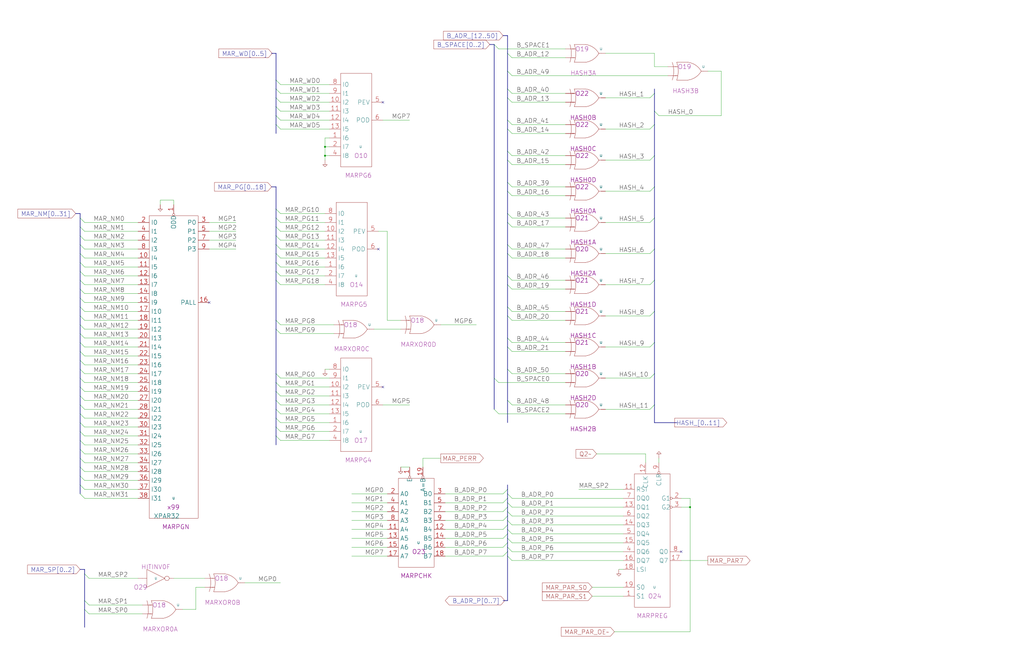
<source format=kicad_sch>
(kicad_sch (version 20220404) (generator eeschema)
  (paper "User" 584.2 378.46)
  (title_block (title "ADDRESS\\nPARITY AND HASH") (date "08-MAR-90") (rev "0.0") (comment 1 "MEM32 BOARD") (comment 2 "232-003066") (comment 3 "S400") (comment 4 "RELEASED"))
  (lib_symbols
    (symbol "r1000:F04" (pin_numbers hide) (pin_names hide)
      (property "Reference" "U" (at 0 0 0))
      (property "Value" "F04" (at 1.27 -5.08 0))
      (property "Location" "___" (at -12.7 -5.08 0))
      (property "Name" "______" (at 0 5.08 0))
      (symbol "F04_0_1"
        (polyline (pts (xy -7.62 0) (xy -5.08 0)) (stroke (width 0.1524)))
        (polyline (pts (xy -5.08 5.08) (xy -5.08 -5.08)) (stroke (width 0.1524)))
        (polyline (pts (xy 5.08 0) (xy -5.08 -5.08)) (stroke (width 0.1524)))
        (polyline (pts (xy 5.08 0) (xy -5.08 5.08)) (stroke (width 0.1524)))
        (circle (center 6.35 0) (radius 1.27) (stroke (width 0.1524)))
      )
      (symbol "F04_1_1"
        (pin input line (at -10.16 0 0) (length 2.54) (name "D0") (number "1"))
        (pin output line (at 10.16 0 180) (length 2.54) (name "Q") (number "2"))
      )
    )
    (symbol "r1000:F280" (pin_names (offset 1.016))
      (property "Reference" "U" (at 2.54 5.08 0))
      (property "Value" "F280" (at -6.35 -5.08 0))
      (property "Location" "___" (at -1.27 0 0))
      (property "Name" "______" (at 1.27 -12.7 0))
      (symbol "F280_1_1"
        (rectangle (start -8.89 46.99) (end 8.89 -6.35))
        (pin input line (at -15.24 10.16 0) (length 6.35) (name "I6") (number "1"))
        (pin input line (at -15.24 30.48 0) (length 6.35) (name "I2") (number "10"))
        (pin input line (at -15.24 25.4 0) (length 6.35) (name "I3") (number "11"))
        (pin input line (at -15.24 20.32 0) (length 6.35) (name "I4") (number "12"))
        (pin input line (at -15.24 15.24 0) (length 6.35) (name "I5") (number "13"))
        (pin input line (at -15.24 5.08 0) (length 6.35) (name "I7") (number "2"))
        (pin input line (at -15.24 0 0) (length 6.35) (name "I8") (number "4"))
        (pin output line (at 15.24 30.48 180) (length 6.35) (name "PEV") (number "5"))
        (pin output line (at 15.24 20.32 180) (length 6.35) (name "POD") (number "6"))
        (pin input line (at -15.24 40.64 0) (length 6.35) (name "I0") (number "8"))
        (pin input line (at -15.24 35.56 0) (length 6.35) (name "I1") (number "9"))
      )
    )
    (symbol "r1000:F299" (pin_names (offset 1.016))
      (property "Reference" "U" (at 2.54 5.08 0))
      (property "Value" "F299" (at -3.81 -5.08 0))
      (property "Location" "___" (at -1.27 0 0))
      (property "Name" "______" (at 1.27 -12.7 0))
      (symbol "F299_1_1"
        (rectangle (start -8.89 69.85) (end 11.43 -6.35))
        (circle (center 5.08 70.485) (radius 0.635))
        (circle (center 12.065 50.8) (radius 0.635))
        (circle (center 12.065 55.88) (radius 0.635))
        (pin input line (at -15.24 0 0) (length 6.35) (name "S1") (number "1"))
        (pin input line (at -15.24 60.96 0) (length 6.35) (name "RSI") (number "11"))
        (pin input line (at -2.54 76.2 270) (length 6.35) (name "CLK") (number "12"))
        (pin bidirectional line (at -15.24 50.8 0) (length 6.35) (name "DQ1") (number "13"))
        (pin bidirectional line (at -15.24 40.64 0) (length 6.35) (name "DQ3") (number "14"))
        (pin bidirectional line (at -15.24 30.48 0) (length 6.35) (name "DQ5") (number "15"))
        (pin bidirectional line (at -15.24 20.32 0) (length 6.35) (name "DQ7") (number "16"))
        (pin output line (at 17.78 20.32 180) (length 6.35) (name "Q7") (number "17"))
        (pin input line (at -15.24 15.24 0) (length 6.35) (name "LSI") (number "18"))
        (pin input line (at -15.24 5.08 0) (length 6.35) (name "S0") (number "19"))
        (pin input line (at 17.78 55.88 180) (length 5.08) (name "G1") (number "2"))
        (pin input line (at 17.78 50.8 180) (length 5.08) (name "G2") (number "3"))
        (pin bidirectional line (at -15.24 25.4 0) (length 6.35) (name "DQ6") (number "4"))
        (pin bidirectional line (at -15.24 35.56 0) (length 6.35) (name "DQ4") (number "5"))
        (pin bidirectional line (at -15.24 45.72 0) (length 6.35) (name "DQ2") (number "6"))
        (pin bidirectional line (at -15.24 55.88 0) (length 6.35) (name "DQ0") (number "7"))
        (pin output line (at 17.78 25.4 180) (length 6.35) (name "Q0") (number "8"))
        (pin input line (at 5.08 76.2 270) (length 5.08) (name "CLR") (number "9"))
      )
    )
    (symbol "r1000:F521" (pin_names (offset 1.016))
      (property "Reference" "U" (at 2.54 5.08 0))
      (property "Value" "F521" (at -3.81 -7.62 0))
      (property "Location" "___" (at -1.27 0 0))
      (property "Name" "______" (at 1.27 -15.24 0))
      (symbol "F521_1_1"
        (rectangle (start -8.89 41.91) (end 11.43 -8.89))
        (circle (center -2.54 42.545) (radius 0.635))
        (circle (center 5.08 42.545) (radius 0.635))
        (pin input line (at -2.54 48.26 270) (length 5.08) (name "E") (number "1"))
        (pin input line (at -15.24 12.7 0) (length 6.35) (name "A4") (number "11"))
        (pin input line (at 17.78 12.7 180) (length 6.35) (name "B4") (number "12"))
        (pin input line (at -15.24 7.62 0) (length 6.35) (name "A5") (number "13"))
        (pin input line (at 17.78 7.62 180) (length 6.35) (name "B5") (number "14"))
        (pin input line (at -15.24 2.54 0) (length 6.35) (name "A6") (number "15"))
        (pin input line (at 17.78 2.54 180) (length 6.35) (name "B6") (number "16"))
        (pin input line (at -15.24 -2.54 0) (length 6.35) (name "A7") (number "17"))
        (pin input line (at 17.78 -2.54 180) (length 6.35) (name "B7") (number "18"))
        (pin output line (at 5.08 48.26 270) (length 5.08) (name "A=B") (number "19"))
        (pin input line (at -15.24 33.02 0) (length 6.35) (name "A0") (number "2"))
        (pin input line (at 17.78 33.02 180) (length 6.35) (name "B0") (number "3"))
        (pin input line (at -15.24 27.94 0) (length 6.35) (name "A1") (number "4"))
        (pin input line (at 17.78 27.94 180) (length 6.35) (name "B1") (number "5"))
        (pin input line (at -15.24 22.86 0) (length 6.35) (name "A2") (number "6"))
        (pin input line (at 17.78 22.86 180) (length 6.35) (name "B2") (number "7"))
        (pin input line (at -15.24 17.78 0) (length 6.35) (name "A3") (number "8"))
        (pin input line (at 17.78 17.78 180) (length 6.35) (name "B3") (number "9"))
      )
    )
    (symbol "r1000:F86" (pin_numbers hide) (pin_names hide)
      (property "Reference" "U" (at 12.7 2.54 0))
      (property "Value" "F86" (at 1.905 -2.54 0))
      (property "Location" "___" (at 1.905 2.54 0))
      (property "Name" "______" (at 2.54 -12.7 0))
      (symbol "F86_0_0"
        (arc (start -5.0873 -5.08) (mid -4.2626 0) (end -5.0873 5.08) (stroke (width 0.1524)))
        (arc (start -2.5473 -5.08) (mid -1.7226 0) (end -2.5473 5.08) (stroke (width 0.1524)))
        (polyline (pts (xy -2.54 -5.08) (xy 3.81 -5.08)) (stroke (width 0.1524)))
        (polyline (pts (xy -2.54 5.08) (xy 3.81 5.08)) (stroke (width 0.1524)))
        (arc (start 3.81 -5.08) (mid 8.2204 -3.4405) (end 11.43 0) (stroke (width 0.1524)))
        (arc (start 11.43 0) (mid 8.2216 3.4424) (end 3.81 5.08) (stroke (width 0.1524)))
      )
      (symbol "F86_0_1"
        (polyline (pts (xy -3.81 -2.54) (xy -1.905 -2.54)) (stroke (width 0.1524)))
        (polyline (pts (xy -3.81 2.54) (xy -1.905 2.54)) (stroke (width 0.1524)))
        (polyline (pts (xy 12.7 0) (xy 11.43 0)) (stroke (width 0.1524)))
      )
      (symbol "F86_1_1"
        (pin input line (at -7.62 2.54 0) (length 5.08) (name "D0") (number "1"))
        (pin input line (at -7.62 -2.54 0) (length 5.08) (name "D1") (number "2"))
        (pin output line (at 15.24 0 180) (length 2.54) (name "Q") (number "3"))
      )
    )
    (symbol "r1000:PD" (power) (pin_numbers hide) (pin_names hide) (in_bom no)
      (symbol "PD_0_1"
        (polyline (pts (xy 0 -2.54) (xy 1.27 -2.54) (xy 0 -3.81) (xy -1.27 -2.54) (xy 0 -2.54)) (stroke (width 0.1524)))
      )
      (symbol "PD_1_1"
        (pin power_in line (at 0 0 270) (length 2.54) (name "PD") (number "1"))
      )
    )
    (symbol "r1000:PU" (power) (pin_numbers hide) (pin_names hide)
      (symbol "PU_0_1"
        (polyline (pts (xy 0 2.54) (xy -1.27 2.54) (xy 0 3.81) (xy 1.27 2.54) (xy 0 2.54)) (stroke (width 0.1524)))
      )
      (symbol "PU_1_1"
        (pin power_in line (at 0 0 90) (length 2.54) (name "PU") (number "1"))
      )
    )
    (symbol "r1000:XPAR32" (pin_names (offset 1.016))
      (property "Reference" "U" (at 2.54 5.08 0))
      (property "Value" "XPAR32" (at -8.89 -5.08 0))
      (property "Location" "___" (at -1.27 0 0))
      (property "Name" "______" (at 3.81 -12.7 0))
      (symbol "XPAR32_1_1"
        (rectangle (start -11.43 166.37) (end 16.51 -6.35))
        (circle (center 2.54 167.005) (radius 0.635))
        (pin input line (at 2.54 172.72 270) (length 5.08) (name "ODD") (number "1"))
        (pin input line (at -17.78 142.24 0) (length 6.35) (name "I4") (number "10"))
        (pin input line (at -17.78 137.16 0) (length 6.35) (name "I5") (number "11"))
        (pin input line (at -17.78 132.08 0) (length 6.35) (name "I6") (number "12"))
        (pin input line (at -17.78 127 0) (length 6.35) (name "I7") (number "13"))
        (pin input line (at -17.78 121.92 0) (length 6.35) (name "I8") (number "14"))
        (pin input line (at -17.78 116.84 0) (length 6.35) (name "I9") (number "15"))
        (pin output line (at 22.86 116.84 180) (length 6.35) (name "PALL") (number "16"))
        (pin input line (at -17.78 111.76 0) (length 6.35) (name "I10") (number "17"))
        (pin input line (at -17.78 106.68 0) (length 6.35) (name "I11") (number "18"))
        (pin input line (at -17.78 101.6 0) (length 6.35) (name "I12") (number "19"))
        (pin input line (at -17.78 162.56 0) (length 6.35) (name "I0") (number "2"))
        (pin input line (at -17.78 96.52 0) (length 6.35) (name "I13") (number "20"))
        (pin input line (at -17.78 91.44 0) (length 6.35) (name "I14") (number "21"))
        (pin input line (at -17.78 86.36 0) (length 6.35) (name "I15") (number "22"))
        (pin input line (at -17.78 81.28 0) (length 6.35) (name "I16") (number "23"))
        (pin input line (at -17.78 76.2 0) (length 6.35) (name "I17") (number "24"))
        (pin input line (at -17.78 71.12 0) (length 6.35) (name "I18") (number "25"))
        (pin input line (at -17.78 66.04 0) (length 6.35) (name "I19") (number "26"))
        (pin input line (at -17.78 60.96 0) (length 6.35) (name "I20") (number "27"))
        (pin input line (at -17.78 55.88 0) (length 6.35) (name "I21") (number "28"))
        (pin input line (at -17.78 50.8 0) (length 6.35) (name "I22") (number "29"))
        (pin output line (at 22.86 162.56 180) (length 6.35) (name "P0") (number "3"))
        (pin input line (at -17.78 45.72 0) (length 6.35) (name "I23") (number "30"))
        (pin input line (at -17.78 40.64 0) (length 6.35) (name "I24") (number "31"))
        (pin input line (at -17.78 35.56 0) (length 6.35) (name "I25") (number "32"))
        (pin input line (at -17.78 30.48 0) (length 6.35) (name "I26") (number "33"))
        (pin input line (at -17.78 25.4 0) (length 6.35) (name "I27") (number "34"))
        (pin input line (at -17.78 20.32 0) (length 6.35) (name "I28") (number "35"))
        (pin input line (at -17.78 15.24 0) (length 6.35) (name "I29") (number "36"))
        (pin input line (at -17.78 10.16 0) (length 6.35) (name "I30") (number "37"))
        (pin input line (at -17.78 5.08 0) (length 6.35) (name "I31") (number "38"))
        (pin input line (at -17.78 157.48 0) (length 6.35) (name "I1") (number "4"))
        (pin output line (at 22.86 157.48 180) (length 6.35) (name "P1") (number "5"))
        (pin input line (at -17.78 152.4 0) (length 6.35) (name "I2") (number "6"))
        (pin output line (at 22.86 152.4 180) (length 6.35) (name "P2") (number "7"))
        (pin input line (at -17.78 147.32 0) (length 6.35) (name "I3") (number "8"))
        (pin output line (at 22.86 147.32 180) (length 6.35) (name "P3") (number "9"))
      )
    )
  )
  (junction (at 393.7 289.56))
  (junction (at 185.42 83.82))
  (junction (at 185.42 88.9))
  (no_connect (at 215.9 142.24))
  (no_connect (at 119.38 172.72))
  (no_connect (at 218.44 220.98))
  (no_connect (at 388.62 314.96))
  (no_connect (at 218.44 58.42))
  (bus_entry (at 289.56 312.42) (size 2.54 2.54))
  (bus_entry (at 289.56 40.64) (size 2.54 2.54))
  (bus_entry (at 45.72 215.9) (size 2.54 2.54))
  (bus_entry (at 45.72 160.02) (size 2.54 2.54))
  (bus_entry (at 45.72 144.78) (size 2.54 2.54))
  (bus_entry (at 45.72 276.86) (size 2.54 2.54))
  (bus_entry (at 45.72 266.7) (size 2.54 2.54))
  (bus_entry (at 157.48 243.84) (size 2.54 2.54))
  (bus_entry (at 45.72 271.78) (size 2.54 2.54))
  (bus_entry (at 157.48 233.68) (size 2.54 2.54))
  (bus_entry (at 45.72 154.94) (size 2.54 2.54))
  (bus_entry (at 281.94 25.4) (size 2.54 2.54))
  (bus_entry (at 289.56 281.94) (size 2.54 2.54))
  (bus_entry (at 45.72 180.34) (size 2.54 2.54))
  (bus_entry (at 157.48 144.78) (size 2.54 2.54))
  (bus_entry (at 289.56 299.72) (size -2.54 2.54))
  (bus_entry (at 289.56 73.66) (size 2.54 2.54))
  (bus_entry (at 289.56 55.88) (size 2.54 2.54))
  (bus_entry (at 289.56 317.5) (size 2.54 2.54))
  (bus_entry (at 45.72 231.14) (size 2.54 2.54))
  (bus_entry (at 289.56 157.48) (size 2.54 2.54))
  (bus_entry (at 45.72 236.22) (size 2.54 2.54))
  (bus_entry (at 45.72 261.62) (size 2.54 2.54))
  (bus_entry (at 157.48 45.72) (size 2.54 2.54))
  (bus_entry (at 289.56 210.82) (size 2.54 2.54))
  (bus_entry (at 289.56 104.14) (size 2.54 2.54))
  (bus_entry (at 157.48 129.54) (size 2.54 2.54))
  (bus_entry (at 45.72 256.54) (size 2.54 2.54))
  (bus_entry (at 45.72 134.62) (size 2.54 2.54))
  (bus_entry (at 373.38 142.24) (size -2.54 2.54))
  (bus_entry (at 157.48 124.46) (size 2.54 2.54))
  (bus_entry (at 289.56 309.88) (size -2.54 2.54))
  (bus_entry (at 157.48 66.04) (size 2.54 2.54))
  (bus_entry (at 289.56 121.92) (size 2.54 2.54))
  (bus_entry (at 45.72 281.94) (size 2.54 2.54))
  (bus_entry (at 289.56 292.1) (size 2.54 2.54))
  (bus_entry (at 289.56 162.56) (size 2.54 2.54))
  (bus_entry (at 48.26 347.98) (size 2.54 2.54))
  (bus_entry (at 45.72 226.06) (size 2.54 2.54))
  (bus_entry (at 289.56 228.6) (size 2.54 2.54))
  (bus_entry (at 289.56 180.34) (size 2.54 2.54))
  (bus_entry (at 45.72 246.38) (size 2.54 2.54))
  (bus_entry (at 289.56 127) (size 2.54 2.54))
  (bus_entry (at 373.38 213.36) (size -2.54 2.54))
  (bus_entry (at 157.48 50.8) (size 2.54 2.54))
  (bus_entry (at 373.38 71.12) (size -2.54 2.54))
  (bus_entry (at 45.72 205.74) (size 2.54 2.54))
  (bus_entry (at 45.72 220.98) (size 2.54 2.54))
  (bus_entry (at 373.38 53.34) (size -2.54 2.54))
  (bus_entry (at 157.48 187.96) (size 2.54 2.54))
  (bus_entry (at 48.26 327.66) (size 2.54 2.54))
  (bus_entry (at 45.72 241.3) (size 2.54 2.54))
  (bus_entry (at 289.56 109.22) (size 2.54 2.54))
  (bus_entry (at 289.56 50.8) (size 2.54 2.54))
  (bus_entry (at 289.56 294.64) (size -2.54 2.54))
  (bus_entry (at 157.48 134.62) (size 2.54 2.54))
  (bus_entry (at 281.94 215.9) (size 2.54 2.54))
  (bus_entry (at 289.56 284.48) (size -2.54 2.54))
  (bus_entry (at 289.56 68.58) (size 2.54 2.54))
  (bus_entry (at 157.48 139.7) (size 2.54 2.54))
  (bus_entry (at 373.38 160.02) (size -2.54 2.54))
  (bus_entry (at 45.72 165.1) (size 2.54 2.54))
  (bus_entry (at 45.72 251.46) (size 2.54 2.54))
  (bus_entry (at 45.72 210.82) (size 2.54 2.54))
  (bus_entry (at 289.56 279.4) (size -2.54 2.54))
  (bus_entry (at 289.56 289.56) (size -2.54 2.54))
  (bus_entry (at 289.56 297.18) (size 2.54 2.54))
  (bus_entry (at 289.56 287.02) (size 2.54 2.54))
  (bus_entry (at 157.48 248.92) (size 2.54 2.54))
  (bus_entry (at 373.38 88.9) (size -2.54 2.54))
  (bus_entry (at 45.72 185.42) (size 2.54 2.54))
  (bus_entry (at 157.48 154.94) (size 2.54 2.54))
  (bus_entry (at 289.56 193.04) (size 2.54 2.54))
  (bus_entry (at 157.48 238.76) (size 2.54 2.54))
  (bus_entry (at 373.38 177.8) (size -2.54 2.54))
  (bus_entry (at 157.48 182.88) (size 2.54 2.54))
  (bus_entry (at 373.38 124.46) (size -2.54 2.54))
  (bus_entry (at 289.56 302.26) (size 2.54 2.54))
  (bus_entry (at 373.38 195.58) (size -2.54 2.54))
  (bus_entry (at 45.72 175.26) (size 2.54 2.54))
  (bus_entry (at 45.72 200.66) (size 2.54 2.54))
  (bus_entry (at 289.56 307.34) (size 2.54 2.54))
  (bus_entry (at 289.56 304.8) (size -2.54 2.54))
  (bus_entry (at 289.56 175.26) (size 2.54 2.54))
  (bus_entry (at 45.72 149.86) (size 2.54 2.54))
  (bus_entry (at 157.48 119.38) (size 2.54 2.54))
  (bus_entry (at 373.38 231.14) (size -2.54 2.54))
  (bus_entry (at 157.48 223.52) (size 2.54 2.54))
  (bus_entry (at 289.56 139.7) (size 2.54 2.54))
  (bus_entry (at 157.48 160.02) (size 2.54 2.54))
  (bus_entry (at 45.72 170.18) (size 2.54 2.54))
  (bus_entry (at 157.48 213.36) (size 2.54 2.54))
  (bus_entry (at 45.72 139.7) (size 2.54 2.54))
  (bus_entry (at 45.72 190.5) (size 2.54 2.54))
  (bus_entry (at 289.56 198.12) (size 2.54 2.54))
  (bus_entry (at 289.56 86.36) (size 2.54 2.54))
  (bus_entry (at 157.48 55.88) (size 2.54 2.54))
  (bus_entry (at 289.56 314.96) (size -2.54 2.54))
  (bus_entry (at 157.48 218.44) (size 2.54 2.54))
  (bus_entry (at 45.72 129.54) (size 2.54 2.54))
  (bus_entry (at 289.56 30.48) (size 2.54 2.54))
  (bus_entry (at 373.38 63.5) (size 2.54 2.54))
  (bus_entry (at 281.94 233.68) (size 2.54 2.54))
  (bus_entry (at 289.56 91.44) (size 2.54 2.54))
  (bus_entry (at 157.48 149.86) (size 2.54 2.54))
  (bus_entry (at 48.26 342.9) (size 2.54 2.54))
  (bus_entry (at 157.48 228.6) (size 2.54 2.54))
  (bus_entry (at 157.48 60.96) (size 2.54 2.54))
  (bus_entry (at 289.56 144.78) (size 2.54 2.54))
  (bus_entry (at 45.72 195.58) (size 2.54 2.54))
  (bus_entry (at 45.72 124.46) (size 2.54 2.54))
  (bus_entry (at 157.48 71.12) (size 2.54 2.54))
  (bus_entry (at 373.38 106.68) (size -2.54 2.54))
  (bus (pts (xy 45.72 325.12) (xy 48.26 325.12)))
  (wire (pts (xy 160.02 142.24) (xy 185.42 142.24)))
  (wire (pts (xy 160.02 121.92) (xy 185.42 121.92)))
  (bus (pts (xy 43.18 121.92) (xy 45.72 121.92)))
  (bus (pts (xy 289.56 73.66) (xy 289.56 86.36)))
  (wire (pts (xy 200.66 307.34) (xy 220.98 307.34)))
  (bus (pts (xy 48.26 347.98) (xy 48.26 358.14)))
  (wire (pts (xy 254 307.34) (xy 287.02 307.34)))
  (bus (pts (xy 289.56 68.58) (xy 289.56 73.66)))
  (wire (pts (xy 160.02 147.32) (xy 185.42 147.32)))
  (bus (pts (xy 373.38 71.12) (xy 373.38 88.9)))
  (bus (pts (xy 45.72 195.58) (xy 45.72 200.66)))
  (bus (pts (xy 45.72 210.82) (xy 45.72 215.9)))
  (wire (pts (xy 160.02 53.34) (xy 187.96 53.34)))
  (wire (pts (xy 345.44 109.22) (xy 370.84 109.22)))
  (bus (pts (xy 289.56 294.64) (xy 289.56 297.18)))
  (wire (pts (xy 215.9 132.08) (xy 220.98 132.08)))
  (wire (pts (xy 292.1 231.14) (xy 322.58 231.14)))
  (bus (pts (xy 289.56 198.12) (xy 289.56 210.82)))
  (bus (pts (xy 45.72 241.3) (xy 45.72 246.38)))
  (wire (pts (xy 160.02 215.9) (xy 187.96 215.9)))
  (wire (pts (xy 254 312.42) (xy 287.02 312.42)))
  (wire (pts (xy 48.26 274.32) (xy 78.74 274.32)))
  (wire (pts (xy 292.1 284.48) (xy 355.6 284.48)))
  (wire (pts (xy 160.02 162.56) (xy 185.42 162.56)))
  (bus (pts (xy 289.56 86.36) (xy 289.56 91.44)))
  (wire (pts (xy 292.1 33.02) (xy 322.58 33.02)))
  (wire (pts (xy 160.02 127) (xy 185.42 127)))
  (bus (pts (xy 373.38 106.68) (xy 373.38 124.46)))
  (wire (pts (xy 292.1 111.76) (xy 322.58 111.76)))
  (bus (pts (xy 289.56 312.42) (xy 289.56 314.96)))
  (wire (pts (xy 373.38 38.1) (xy 381 38.1)))
  (bus (pts (xy 373.38 241.3) (xy 386.08 241.3)))
  (wire (pts (xy 213.36 187.96) (xy 228.6 187.96)))
  (wire (pts (xy 292.1 43.18) (xy 381 43.18)))
  (wire (pts (xy 345.44 73.66) (xy 370.84 73.66)))
  (wire (pts (xy 48.26 213.36) (xy 78.74 213.36)))
  (wire (pts (xy 50.8 350.52) (xy 81.28 350.52)))
  (wire (pts (xy 185.42 210.82) (xy 187.96 210.82)))
  (wire (pts (xy 48.26 137.16) (xy 78.74 137.16)))
  (wire (pts (xy 284.48 218.44) (xy 322.58 218.44)))
  (wire (pts (xy 48.26 269.24) (xy 78.74 269.24)))
  (wire (pts (xy 48.26 193.04) (xy 78.74 193.04)))
  (bus (pts (xy 289.56 157.48) (xy 289.56 162.56)))
  (wire (pts (xy 48.26 177.8) (xy 78.74 177.8)))
  (wire (pts (xy 139.7 332.74) (xy 160.02 332.74)))
  (bus (pts (xy 289.56 279.4) (xy 289.56 281.94)))
  (wire (pts (xy 160.02 58.42) (xy 187.96 58.42)))
  (bus (pts (xy 157.48 129.54) (xy 157.48 134.62)))
  (wire (pts (xy 48.26 233.68) (xy 78.74 233.68)))
  (bus (pts (xy 157.48 182.88) (xy 157.48 187.96)))
  (bus (pts (xy 289.56 292.1) (xy 289.56 294.64)))
  (wire (pts (xy 393.7 284.48) (xy 388.62 284.48)))
  (wire (pts (xy 292.1 213.36) (xy 322.58 213.36)))
  (wire (pts (xy 160.02 190.5) (xy 190.5 190.5)))
  (wire (pts (xy 48.26 147.32) (xy 78.74 147.32)))
  (bus (pts (xy 373.38 50.8) (xy 373.38 53.34)))
  (wire (pts (xy 254 292.1) (xy 287.02 292.1)))
  (bus (pts (xy 45.72 154.94) (xy 45.72 160.02)))
  (bus (pts (xy 45.72 231.14) (xy 45.72 236.22)))
  (wire (pts (xy 48.26 208.28) (xy 78.74 208.28)))
  (wire (pts (xy 185.42 88.9) (xy 185.42 83.82)))
  (wire (pts (xy 104.14 347.98) (xy 111.76 347.98)))
  (wire (pts (xy 160.02 68.58) (xy 187.96 68.58)))
  (wire (pts (xy 48.26 238.76) (xy 78.74 238.76)))
  (bus (pts (xy 45.72 256.54) (xy 45.72 261.62)))
  (wire (pts (xy 292.1 200.66) (xy 322.58 200.66)))
  (wire (pts (xy 254 302.26) (xy 287.02 302.26)))
  (bus (pts (xy 289.56 127) (xy 289.56 139.7)))
  (bus (pts (xy 289.56 139.7) (xy 289.56 144.78)))
  (wire (pts (xy 411.48 40.64) (xy 403.86 40.64)))
  (bus (pts (xy 157.48 187.96) (xy 157.48 213.36)))
  (wire (pts (xy 292.1 182.88) (xy 322.58 182.88)))
  (bus (pts (xy 154.94 106.68) (xy 157.48 106.68)))
  (bus (pts (xy 45.72 124.46) (xy 45.72 129.54)))
  (bus (pts (xy 45.72 180.34) (xy 45.72 185.42)))
  (wire (pts (xy 292.1 76.2) (xy 322.58 76.2)))
  (bus (pts (xy 45.72 175.26) (xy 45.72 180.34)))
  (wire (pts (xy 350.52 360.68) (xy 393.7 360.68)))
  (wire (pts (xy 251.46 261.62) (xy 241.3 261.62)))
  (wire (pts (xy 48.26 243.84) (xy 78.74 243.84)))
  (wire (pts (xy 337.82 340.36) (xy 355.6 340.36)))
  (wire (pts (xy 48.26 228.6) (xy 78.74 228.6)))
  (wire (pts (xy 200.66 312.42) (xy 220.98 312.42)))
  (wire (pts (xy 48.26 279.4) (xy 78.74 279.4)))
  (bus (pts (xy 289.56 281.94) (xy 289.56 284.48)))
  (wire (pts (xy 185.42 78.74) (xy 187.96 78.74)))
  (wire (pts (xy 50.8 330.2) (xy 78.74 330.2)))
  (wire (pts (xy 185.42 91.44) (xy 185.42 88.9)))
  (bus (pts (xy 157.48 223.52) (xy 157.48 228.6)))
  (wire (pts (xy 91.44 114.3) (xy 99.06 114.3)))
  (bus (pts (xy 45.72 205.74) (xy 45.72 210.82)))
  (wire (pts (xy 345.44 55.88) (xy 370.84 55.88)))
  (bus (pts (xy 289.56 91.44) (xy 289.56 104.14)))
  (bus (pts (xy 157.48 119.38) (xy 157.48 124.46)))
  (bus (pts (xy 373.38 195.58) (xy 373.38 213.36)))
  (bus (pts (xy 373.38 213.36) (xy 373.38 231.14)))
  (bus (pts (xy 157.48 243.84) (xy 157.48 248.92)))
  (wire (pts (xy 48.26 142.24) (xy 78.74 142.24)))
  (wire (pts (xy 251.46 185.42) (xy 271.78 185.42)))
  (bus (pts (xy 157.48 106.68) (xy 157.48 119.38)))
  (bus (pts (xy 45.72 236.22) (xy 45.72 241.3)))
  (wire (pts (xy 345.44 127) (xy 370.84 127)))
  (bus (pts (xy 373.38 231.14) (xy 373.38 241.3)))
  (wire (pts (xy 292.1 195.58) (xy 322.58 195.58)))
  (bus (pts (xy 45.72 149.86) (xy 45.72 154.94)))
  (wire (pts (xy 292.1 177.8) (xy 322.58 177.8)))
  (wire (pts (xy 160.02 226.06) (xy 187.96 226.06)))
  (wire (pts (xy 99.06 330.2) (xy 116.84 330.2)))
  (wire (pts (xy 48.26 162.56) (xy 78.74 162.56)))
  (wire (pts (xy 218.44 68.58) (xy 233.68 68.58)))
  (bus (pts (xy 48.26 342.9) (xy 48.26 347.98)))
  (wire (pts (xy 254 287.02) (xy 287.02 287.02)))
  (wire (pts (xy 292.1 309.88) (xy 355.6 309.88)))
  (wire (pts (xy 292.1 147.32) (xy 322.58 147.32)))
  (bus (pts (xy 373.38 53.34) (xy 373.38 63.5)))
  (bus (pts (xy 289.56 302.26) (xy 289.56 304.8)))
  (wire (pts (xy 200.66 297.18) (xy 220.98 297.18)))
  (bus (pts (xy 157.48 30.48) (xy 157.48 45.72)))
  (wire (pts (xy 345.44 162.56) (xy 370.84 162.56)))
  (bus (pts (xy 289.56 144.78) (xy 289.56 157.48)))
  (bus (pts (xy 45.72 185.42) (xy 45.72 190.5)))
  (wire (pts (xy 160.02 63.5) (xy 187.96 63.5)))
  (bus (pts (xy 289.56 297.18) (xy 289.56 299.72)))
  (bus (pts (xy 48.26 325.12) (xy 48.26 327.66)))
  (wire (pts (xy 160.02 48.26) (xy 187.96 48.26)))
  (wire (pts (xy 200.66 292.1) (xy 220.98 292.1)))
  (bus (pts (xy 281.94 25.4) (xy 281.94 215.9)))
  (wire (pts (xy 292.1 58.42) (xy 322.58 58.42)))
  (bus (pts (xy 157.48 55.88) (xy 157.48 60.96)))
  (bus (pts (xy 289.56 210.82) (xy 289.56 228.6)))
  (wire (pts (xy 388.62 320.04) (xy 403.86 320.04)))
  (wire (pts (xy 48.26 182.88) (xy 78.74 182.88)))
  (bus (pts (xy 45.72 251.46) (xy 45.72 256.54)))
  (wire (pts (xy 48.26 157.48) (xy 78.74 157.48)))
  (wire (pts (xy 284.48 27.94) (xy 322.58 27.94)))
  (bus (pts (xy 289.56 121.92) (xy 289.56 127)))
  (bus (pts (xy 373.38 124.46) (xy 373.38 142.24)))
  (bus (pts (xy 157.48 149.86) (xy 157.48 154.94)))
  (bus (pts (xy 157.48 50.8) (xy 157.48 55.88)))
  (wire (pts (xy 48.26 218.44) (xy 78.74 218.44)))
  (bus (pts (xy 157.48 213.36) (xy 157.48 218.44)))
  (bus (pts (xy 45.72 266.7) (xy 45.72 271.78)))
  (wire (pts (xy 160.02 137.16) (xy 185.42 137.16)))
  (wire (pts (xy 292.1 289.56) (xy 355.6 289.56)))
  (wire (pts (xy 284.48 236.22) (xy 322.58 236.22)))
  (wire (pts (xy 345.44 198.12) (xy 370.84 198.12)))
  (wire (pts (xy 48.26 152.4) (xy 78.74 152.4)))
  (bus (pts (xy 157.48 160.02) (xy 157.48 182.88)))
  (wire (pts (xy 160.02 220.98) (xy 187.96 220.98)))
  (wire (pts (xy 345.44 180.34) (xy 370.84 180.34)))
  (wire (pts (xy 48.26 259.08) (xy 78.74 259.08)))
  (wire (pts (xy 393.7 360.68) (xy 393.7 289.56)))
  (wire (pts (xy 292.1 320.04) (xy 355.6 320.04)))
  (bus (pts (xy 289.56 175.26) (xy 289.56 180.34)))
  (wire (pts (xy 241.3 261.62) (xy 241.3 266.7)))
  (bus (pts (xy 289.56 307.34) (xy 289.56 309.88)))
  (bus (pts (xy 289.56 104.14) (xy 289.56 109.22)))
  (bus (pts (xy 45.72 271.78) (xy 45.72 276.86)))
  (bus (pts (xy 287.02 20.32) (xy 289.56 20.32)))
  (wire (pts (xy 292.1 71.12) (xy 322.58 71.12)))
  (bus (pts (xy 279.4 25.4) (xy 281.94 25.4)))
  (wire (pts (xy 345.44 215.9) (xy 370.84 215.9)))
  (wire (pts (xy 48.26 172.72) (xy 78.74 172.72)))
  (wire (pts (xy 160.02 236.22) (xy 187.96 236.22)))
  (bus (pts (xy 289.56 314.96) (xy 289.56 317.5)))
  (wire (pts (xy 48.26 284.48) (xy 78.74 284.48)))
  (bus (pts (xy 45.72 246.38) (xy 45.72 251.46)))
  (bus (pts (xy 289.56 304.8) (xy 289.56 307.34)))
  (bus (pts (xy 45.72 220.98) (xy 45.72 226.06)))
  (wire (pts (xy 160.02 231.14) (xy 187.96 231.14)))
  (bus (pts (xy 373.38 142.24) (xy 373.38 160.02)))
  (bus (pts (xy 289.56 228.6) (xy 289.56 241.3)))
  (bus (pts (xy 373.38 88.9) (xy 373.38 106.68)))
  (wire (pts (xy 292.1 314.96) (xy 355.6 314.96)))
  (bus (pts (xy 157.48 228.6) (xy 157.48 233.68)))
  (bus (pts (xy 289.56 162.56) (xy 289.56 175.26)))
  (wire (pts (xy 200.66 287.02) (xy 220.98 287.02)))
  (wire (pts (xy 48.26 203.2) (xy 78.74 203.2)))
  (wire (pts (xy 48.26 167.64) (xy 78.74 167.64)))
  (wire (pts (xy 200.66 302.26) (xy 220.98 302.26)))
  (wire (pts (xy 200.66 281.94) (xy 220.98 281.94)))
  (wire (pts (xy 160.02 73.66) (xy 187.96 73.66)))
  (bus (pts (xy 289.56 193.04) (xy 289.56 198.12)))
  (wire (pts (xy 254 317.5) (xy 287.02 317.5)))
  (wire (pts (xy 50.8 345.44) (xy 81.28 345.44)))
  (wire (pts (xy 345.44 233.68) (xy 370.84 233.68)))
  (wire (pts (xy 48.26 187.96) (xy 78.74 187.96)))
  (wire (pts (xy 292.1 106.68) (xy 322.58 106.68)))
  (bus (pts (xy 45.72 215.9) (xy 45.72 220.98)))
  (wire (pts (xy 292.1 93.98) (xy 322.58 93.98)))
  (bus (pts (xy 289.56 20.32) (xy 289.56 30.48)))
  (bus (pts (xy 157.48 154.94) (xy 157.48 160.02)))
  (bus (pts (xy 157.48 60.96) (xy 157.48 66.04)))
  (wire (pts (xy 119.38 142.24) (xy 134.62 142.24)))
  (bus (pts (xy 289.56 30.48) (xy 289.56 40.64)))
  (wire (pts (xy 160.02 246.38) (xy 187.96 246.38)))
  (wire (pts (xy 353.06 325.12) (xy 355.6 325.12)))
  (bus (pts (xy 157.48 238.76) (xy 157.48 243.84)))
  (wire (pts (xy 160.02 241.3) (xy 187.96 241.3)))
  (bus (pts (xy 289.56 284.48) (xy 289.56 287.02)))
  (bus (pts (xy 281.94 215.9) (xy 281.94 233.68)))
  (bus (pts (xy 45.72 134.62) (xy 45.72 139.7)))
  (wire (pts (xy 368.3 259.08) (xy 368.3 264.16)))
  (bus (pts (xy 287.02 342.9) (xy 289.56 342.9)))
  (bus (pts (xy 157.48 134.62) (xy 157.48 139.7)))
  (bus (pts (xy 289.56 287.02) (xy 289.56 289.56)))
  (bus (pts (xy 157.48 66.04) (xy 157.48 71.12)))
  (wire (pts (xy 345.44 144.78) (xy 370.84 144.78)))
  (bus (pts (xy 154.94 30.48) (xy 157.48 30.48)))
  (bus (pts (xy 45.72 144.78) (xy 45.72 149.86)))
  (bus (pts (xy 157.48 144.78) (xy 157.48 149.86)))
  (wire (pts (xy 160.02 132.08) (xy 185.42 132.08)))
  (wire (pts (xy 218.44 231.14) (xy 233.68 231.14)))
  (wire (pts (xy 375.92 261.62) (xy 375.92 264.16)))
  (wire (pts (xy 373.38 30.48) (xy 373.38 38.1)))
  (wire (pts (xy 254 281.94) (xy 287.02 281.94)))
  (bus (pts (xy 289.56 180.34) (xy 289.56 193.04)))
  (wire (pts (xy 48.26 264.16) (xy 78.74 264.16)))
  (wire (pts (xy 220.98 182.88) (xy 228.6 182.88)))
  (wire (pts (xy 119.38 137.16) (xy 134.62 137.16)))
  (wire (pts (xy 160.02 251.46) (xy 187.96 251.46)))
  (wire (pts (xy 345.44 30.48) (xy 373.38 30.48)))
  (bus (pts (xy 45.72 226.06) (xy 45.72 231.14)))
  (bus (pts (xy 48.26 327.66) (xy 48.26 342.9)))
  (wire (pts (xy 48.26 248.92) (xy 78.74 248.92)))
  (wire (pts (xy 292.1 129.54) (xy 322.58 129.54)))
  (wire (pts (xy 160.02 185.42) (xy 190.5 185.42)))
  (bus (pts (xy 289.56 40.64) (xy 289.56 50.8)))
  (bus (pts (xy 289.56 289.56) (xy 289.56 292.1)))
  (bus (pts (xy 157.48 248.92) (xy 157.48 254)))
  (wire (pts (xy 228.6 266.7) (xy 233.68 266.7)))
  (bus (pts (xy 157.48 71.12) (xy 157.48 76.2)))
  (wire (pts (xy 185.42 83.82) (xy 187.96 83.82)))
  (bus (pts (xy 373.38 160.02) (xy 373.38 177.8)))
  (wire (pts (xy 111.76 335.28) (xy 116.84 335.28)))
  (bus (pts (xy 45.72 139.7) (xy 45.72 144.78)))
  (bus (pts (xy 289.56 109.22) (xy 289.56 121.92)))
  (wire (pts (xy 393.7 289.56) (xy 393.7 284.48)))
  (bus (pts (xy 157.48 139.7) (xy 157.48 144.78)))
  (bus (pts (xy 289.56 299.72) (xy 289.56 302.26)))
  (wire (pts (xy 292.1 165.1) (xy 322.58 165.1)))
  (bus (pts (xy 45.72 170.18) (xy 45.72 175.26)))
  (wire (pts (xy 292.1 88.9) (xy 322.58 88.9)))
  (wire (pts (xy 292.1 160.02) (xy 322.58 160.02)))
  (wire (pts (xy 330.2 279.4) (xy 355.6 279.4)))
  (bus (pts (xy 45.72 261.62) (xy 45.72 266.7)))
  (wire (pts (xy 254 297.18) (xy 287.02 297.18)))
  (bus (pts (xy 45.72 190.5) (xy 45.72 195.58)))
  (bus (pts (xy 157.48 124.46) (xy 157.48 129.54)))
  (bus (pts (xy 45.72 160.02) (xy 45.72 165.1)))
  (wire (pts (xy 292.1 53.34) (xy 322.58 53.34)))
  (wire (pts (xy 48.26 198.12) (xy 78.74 198.12)))
  (wire (pts (xy 292.1 304.8) (xy 355.6 304.8)))
  (bus (pts (xy 289.56 317.5) (xy 289.56 342.9)))
  (wire (pts (xy 99.06 114.3) (xy 99.06 116.84)))
  (wire (pts (xy 48.26 223.52) (xy 78.74 223.52)))
  (wire (pts (xy 411.48 66.04) (xy 411.48 40.64)))
  (wire (pts (xy 345.44 91.44) (xy 370.84 91.44)))
  (bus (pts (xy 45.72 165.1) (xy 45.72 170.18)))
  (wire (pts (xy 111.76 347.98) (xy 111.76 335.28)))
  (bus (pts (xy 157.48 233.68) (xy 157.48 238.76)))
  (wire (pts (xy 292.1 124.46) (xy 322.58 124.46)))
  (wire (pts (xy 185.42 88.9) (xy 187.96 88.9)))
  (wire (pts (xy 388.62 289.56) (xy 393.7 289.56)))
  (wire (pts (xy 91.44 116.84) (xy 91.44 114.3)))
  (wire (pts (xy 375.92 66.04) (xy 411.48 66.04)))
  (bus (pts (xy 289.56 309.88) (xy 289.56 312.42)))
  (wire (pts (xy 200.66 317.5) (xy 220.98 317.5)))
  (bus (pts (xy 373.38 63.5) (xy 373.38 71.12)))
  (wire (pts (xy 48.26 254) (xy 78.74 254)))
  (wire (pts (xy 119.38 127) (xy 134.62 127)))
  (wire (pts (xy 119.38 132.08) (xy 134.62 132.08)))
  (wire (pts (xy 292.1 299.72) (xy 355.6 299.72)))
  (wire (pts (xy 160.02 157.48) (xy 185.42 157.48)))
  (wire (pts (xy 292.1 142.24) (xy 322.58 142.24)))
  (bus (pts (xy 157.48 218.44) (xy 157.48 223.52)))
  (wire (pts (xy 292.1 294.64) (xy 355.6 294.64)))
  (bus (pts (xy 289.56 276.86) (xy 289.56 279.4)))
  (bus (pts (xy 45.72 276.86) (xy 45.72 281.94)))
  (bus (pts (xy 373.38 177.8) (xy 373.38 195.58)))
  (bus (pts (xy 45.72 129.54) (xy 45.72 134.62)))
  (wire (pts (xy 185.42 83.82) (xy 185.42 78.74)))
  (wire (pts (xy 160.02 152.4) (xy 185.42 152.4)))
  (bus (pts (xy 45.72 200.66) (xy 45.72 205.74)))
  (bus (pts (xy 289.56 55.88) (xy 289.56 68.58)))
  (wire (pts (xy 48.26 132.08) (xy 78.74 132.08)))
  (wire (pts (xy 337.82 335.28) (xy 355.6 335.28)))
  (wire (pts (xy 48.26 127) (xy 78.74 127)))
  (wire (pts (xy 340.36 259.08) (xy 368.3 259.08)))
  (bus (pts (xy 45.72 121.92) (xy 45.72 124.46)))
  (bus (pts (xy 289.56 50.8) (xy 289.56 55.88)))
  (bus (pts (xy 157.48 45.72) (xy 157.48 50.8)))
  (wire (pts (xy 220.98 132.08) (xy 220.98 182.88)))
  (label "MAR_NM23" (at 53.34 243.84 0) (effects (font (size 2.54 2.54))))
  (label "B_ADR_19" (at 294.64 165.1 0) (effects (font (size 2.54 2.54))))
  (label "MAR_NM30" (at 53.34 279.4 0) (effects (font (size 2.54 2.54))))
  (label "HASH_3" (at 353.06 91.44 0) (effects (font (size 2.54 2.54))))
  (label "B_ADR_20" (at 294.64 182.88 0) (effects (font (size 2.54 2.54))))
  (label "HASH_1" (at 353.06 55.88 0) (effects (font (size 2.54 2.54))))
  (label "B_ADR_46" (at 294.64 160.02 0) (effects (font (size 2.54 2.54))))
  (label "MAR_WD5" (at 165.1 73.66 0) (effects (font (size 2.54 2.54))))
  (label "HASH_9" (at 353.06 198.12 0) (effects (font (size 2.54 2.54))))
  (label "B_ADR_P6" (at 297.18 314.96 0) (effects (font (size 2.54 2.54))))
  (label "HASH_8" (at 353.06 180.34 0) (effects (font (size 2.54 2.54))))
  (label "MAR_PG5" (at 162.56 241.3 0) (effects (font (size 2.54 2.54))))
  (label "HASH_2" (at 353.06 73.66 0) (effects (font (size 2.54 2.54))))
  (label "MAR_NM3" (at 53.34 142.24 0) (effects (font (size 2.54 2.54))))
  (label "MAR_NM18" (at 53.34 218.44 0) (effects (font (size 2.54 2.54))))
  (label "MGP2" (at 124.46 132.08 0) (effects (font (size 2.54 2.54))))
  (label "B_SPACE0" (at 294.64 218.44 0) (effects (font (size 2.54 2.54))))
  (label "MAR_NM25" (at 53.34 254 0) (effects (font (size 2.54 2.54))))
  (label "MAR_NM14" (at 53.34 198.12 0) (effects (font (size 2.54 2.54))))
  (label "MAR_PG8" (at 162.56 185.42 0) (effects (font (size 2.54 2.54))))
  (label "B_ADR_14" (at 294.64 76.2 0) (effects (font (size 2.54 2.54))))
  (label "MAR_NM26" (at 53.34 259.08 0) (effects (font (size 2.54 2.54))))
  (label "B_ADR_44" (at 294.64 195.58 0) (effects (font (size 2.54 2.54))))
  (label "MAR_PG6" (at 162.56 246.38 0) (effects (font (size 2.54 2.54))))
  (label "MGP3" (at 124.46 137.16 0) (effects (font (size 2.54 2.54))))
  (label "MGP2" (at 208.28 292.1 0) (effects (font (size 2.54 2.54))))
  (label "MAR_PG3" (at 162.56 231.14 0) (effects (font (size 2.54 2.54))))
  (label "MAR_PG17" (at 162.56 157.48 0) (effects (font (size 2.54 2.54))))
  (label "MGP6" (at 208.28 312.42 0) (effects (font (size 2.54 2.54))))
  (label "MGP1" (at 208.28 287.02 0) (effects (font (size 2.54 2.54))))
  (label "B_ADR_P4" (at 297.18 304.8 0) (effects (font (size 2.54 2.54))))
  (label "MAR_NM12" (at 53.34 187.96 0) (effects (font (size 2.54 2.54))))
  (label "MAR_NM16" (at 53.34 208.28 0) (effects (font (size 2.54 2.54))))
  (label "HASH_0" (at 381 66.04 0) (effects (font (size 2.54 2.54))))
  (label "B_ADR_42" (at 294.64 88.9 0) (effects (font (size 2.54 2.54))))
  (label "MAR_PG9" (at 162.56 190.5 0) (effects (font (size 2.54 2.54))))
  (label "B_ADR_45" (at 294.64 177.8 0) (effects (font (size 2.54 2.54))))
  (label "MAR_NM2" (at 53.34 137.16 0) (effects (font (size 2.54 2.54))))
  (label "MAR_NM22" (at 53.34 238.76 0) (effects (font (size 2.54 2.54))))
  (label "B_ADR_13" (at 294.64 58.42 0) (effects (font (size 2.54 2.54))))
  (label "HASH_11" (at 353.06 233.68 0) (effects (font (size 2.54 2.54))))
  (label "B_ADR_P2" (at 297.18 294.64 0) (effects (font (size 2.54 2.54))))
  (label "MAR_SP0" (at 55.88 350.52 0) (effects (font (size 2.54 2.54))))
  (label "MGP5" (at 223.52 231.14 0) (effects (font (size 2.54 2.54))))
  (label "MAR_NM0" (at 53.34 127 0) (effects (font (size 2.54 2.54))))
  (label "MAR_NM24" (at 53.34 248.92 0) (effects (font (size 2.54 2.54))))
  (label "MGP6" (at 259.08 185.42 0) (effects (font (size 2.54 2.54))))
  (label "B_ADR_P1" (at 259.08 287.02 0) (effects (font (size 2.54 2.54))))
  (label "B_ADR_P7" (at 259.08 317.5 0) (effects (font (size 2.54 2.54))))
  (label "MAR_NM9" (at 53.34 172.72 0) (effects (font (size 2.54 2.54))))
  (label "MAR_NM19" (at 53.34 223.52 0) (effects (font (size 2.54 2.54))))
  (label "B_ADR_P0" (at 259.08 281.94 0) (effects (font (size 2.54 2.54))))
  (label "MAR_NM31" (at 53.34 284.48 0) (effects (font (size 2.54 2.54))))
  (label "B_ADR_16" (at 294.64 111.76 0) (effects (font (size 2.54 2.54))))
  (label "B_ADR_50" (at 294.64 213.36 0) (effects (font (size 2.54 2.54))))
  (label "B_ADR_12" (at 294.64 33.02 0) (effects (font (size 2.54 2.54))))
  (label "B_ADR_39" (at 294.64 106.68 0) (effects (font (size 2.54 2.54))))
  (label "MAR_NM15" (at 53.34 203.2 0) (effects (font (size 2.54 2.54))))
  (label "MAR_NM17" (at 53.34 213.36 0) (effects (font (size 2.54 2.54))))
  (label "MAR_WD0" (at 165.1 48.26 0) (effects (font (size 2.54 2.54))))
  (label "MAR_NM8" (at 53.34 167.64 0) (effects (font (size 2.54 2.54))))
  (label "B_SPACE2" (at 294.64 236.22 0) (effects (font (size 2.54 2.54))))
  (label "B_ADR_P5" (at 297.18 309.88 0) (effects (font (size 2.54 2.54))))
  (label "MAR_PG2" (at 162.56 226.06 0) (effects (font (size 2.54 2.54))))
  (label "MAR_PG11" (at 162.56 127 0) (effects (font (size 2.54 2.54))))
  (label "MAR_SP1" (at 55.88 345.44 0) (effects (font (size 2.54 2.54))))
  (label "MGP0" (at 147.32 332.74 0) (effects (font (size 2.54 2.54))))
  (label "MAR_PG4" (at 162.56 236.22 0) (effects (font (size 2.54 2.54))))
  (label "MAR_WD2" (at 165.1 58.42 0) (effects (font (size 2.54 2.54))))
  (label "MAR_PG15" (at 162.56 147.32 0) (effects (font (size 2.54 2.54))))
  (label "MAR_WD4" (at 165.1 68.58 0) (effects (font (size 2.54 2.54))))
  (label "B_ADR_17" (at 294.64 129.54 0) (effects (font (size 2.54 2.54))))
  (label "B_ADR_15" (at 294.64 93.98 0) (effects (font (size 2.54 2.54))))
  (label "MAR_NM5" (at 53.34 152.4 0) (effects (font (size 2.54 2.54))))
  (label "MAR_NM11" (at 53.34 182.88 0) (effects (font (size 2.54 2.54))))
  (label "MAR_WD1" (at 165.1 53.34 0) (effects (font (size 2.54 2.54))))
  (label "MAR_NM27" (at 53.34 264.16 0) (effects (font (size 2.54 2.54))))
  (label "MAR_SP2" (at 55.88 330.2 0) (effects (font (size 2.54 2.54))))
  (label "MAR_NM6" (at 53.34 157.48 0) (effects (font (size 2.54 2.54))))
  (label "MAR_NM29" (at 53.34 274.32 0) (effects (font (size 2.54 2.54))))
  (label "HASH_5" (at 353.06 127 0) (effects (font (size 2.54 2.54))))
  (label "MAR_PG0" (at 162.56 215.9 0) (effects (font (size 2.54 2.54))))
  (label "MAR_NM13" (at 53.34 193.04 0) (effects (font (size 2.54 2.54))))
  (label "B_ADR_41" (at 294.64 71.12 0) (effects (font (size 2.54 2.54))))
  (label "MGP3" (at 208.28 297.18 0) (effects (font (size 2.54 2.54))))
  (label "MAR_NM20" (at 53.34 228.6 0) (effects (font (size 2.54 2.54))))
  (label "MGP5" (at 208.28 307.34 0) (effects (font (size 2.54 2.54))))
  (label "MAR_PG10" (at 162.56 121.92 0) (effects (font (size 2.54 2.54))))
  (label "MAR_PG18" (at 162.56 162.56 0) (effects (font (size 2.54 2.54))))
  (label "B_ADR_P1" (at 297.18 289.56 0) (effects (font (size 2.54 2.54))))
  (label "B_ADR_P4" (at 259.08 302.26 0) (effects (font (size 2.54 2.54))))
  (label "MGP4" (at 208.28 302.26 0) (effects (font (size 2.54 2.54))))
  (label "B_ADR_P3" (at 259.08 297.18 0) (effects (font (size 2.54 2.54))))
  (label "B_ADR_47" (at 294.64 142.24 0) (effects (font (size 2.54 2.54))))
  (label "B_ADR_P2" (at 259.08 292.1 0) (effects (font (size 2.54 2.54))))
  (label "MGP4" (at 124.46 142.24 0) (effects (font (size 2.54 2.54))))
  (label "MAR_PG16" (at 162.56 152.4 0) (effects (font (size 2.54 2.54))))
  (label "B_ADR_43" (at 294.64 124.46 0) (effects (font (size 2.54 2.54))))
  (label "MAR_NM21" (at 53.34 233.68 0) (effects (font (size 2.54 2.54))))
  (label "MAR_NM28" (at 53.34 269.24 0) (effects (font (size 2.54 2.54))))
  (label "B_ADR_18" (at 294.64 147.32 0) (effects (font (size 2.54 2.54))))
  (label "MAR_NM1" (at 53.34 132.08 0) (effects (font (size 2.54 2.54))))
  (label "B_ADR_P0" (at 297.18 284.48 0) (effects (font (size 2.54 2.54))))
  (label "B_ADR_P7" (at 297.18 320.04 0) (effects (font (size 2.54 2.54))))
  (label "B_ADR_21" (at 294.64 200.66 0) (effects (font (size 2.54 2.54))))
  (label "B_ADR_P3" (at 297.18 299.72 0) (effects (font (size 2.54 2.54))))
  (label "MAR_PG13" (at 162.56 137.16 0) (effects (font (size 2.54 2.54))))
  (label "B_ADR_49" (at 294.64 43.18 0) (effects (font (size 2.54 2.54))))
  (label "MAR_SP2" (at 330.2 279.4 0) (effects (font (size 2.54 2.54))))
  (label "MAR_NM10" (at 53.34 177.8 0) (effects (font (size 2.54 2.54))))
  (label "MGP0" (at 208.28 281.94 0) (effects (font (size 2.54 2.54))))
  (label "HASH_10" (at 353.06 215.9 0) (effects (font (size 2.54 2.54))))
  (label "MAR_NM4" (at 53.34 147.32 0) (effects (font (size 2.54 2.54))))
  (label "B_ADR_48" (at 294.64 231.14 0) (effects (font (size 2.54 2.54))))
  (label "HASH_6" (at 353.06 144.78 0) (effects (font (size 2.54 2.54))))
  (label "MAR_PG14" (at 162.56 142.24 0) (effects (font (size 2.54 2.54))))
  (label "MAR_WD3" (at 165.1 63.5 0) (effects (font (size 2.54 2.54))))
  (label "MAR_PG1" (at 162.56 220.98 0) (effects (font (size 2.54 2.54))))
  (label "B_ADR_P6" (at 259.08 312.42 0) (effects (font (size 2.54 2.54))))
  (label "B_SPACE1" (at 294.64 27.94 0) (effects (font (size 2.54 2.54))))
  (label "HASH_4" (at 353.06 109.22 0) (effects (font (size 2.54 2.54))))
  (label "HASH_7" (at 353.06 162.56 0) (effects (font (size 2.54 2.54))))
  (label "MGP7" (at 223.52 68.58 0) (effects (font (size 2.54 2.54))))
  (label "MAR_NM7" (at 53.34 162.56 0) (effects (font (size 2.54 2.54))))
  (label "MGP1" (at 124.46 127 0) (effects (font (size 2.54 2.54))))
  (label "MGP7" (at 208.28 317.5 0) (effects (font (size 2.54 2.54))))
  (label "MAR_PG12" (at 162.56 132.08 0) (effects (font (size 2.54 2.54))))
  (label "B_ADR_P5" (at 259.08 307.34 0) (effects (font (size 2.54 2.54))))
  (label "B_ADR_40" (at 294.64 53.34 0) (effects (font (size 2.54 2.54))))
  (label "MAR_PG7" (at 162.56 251.46 0) (effects (font (size 2.54 2.54))))
  (global_label "MAR_PERR" (shape output) (at 251.46 261.62 0) (effects (font (size 2.54 2.54))) (property "Intersheet References" "${INTERSHEET_REFS}" (at 275.7593 261.4613 0) (effects (font (size 1.905 1.905)) (justify left))))
  (global_label "MAR_PAR7" (shape output) (at 403.86 320.04 0) (effects (font (size 2.54 2.54))) (property "Intersheet References" "${INTERSHEET_REFS}" (at 427.9174 319.8813 0) (effects (font (size 1.905 1.905)) (justify left))))
  (global_label "MAR_SP[0..2]" (shape input) (at 45.72 325.12 180) (effects (font (size 2.54 2.54))) (property "Intersheet References" "${INTERSHEET_REFS}" (at 15.7359 324.9613 0) (effects (font (size 1.905 1.905)) (justify right))))
  (global_label "MAR_WD[0..5]" (shape input) (at 155.2838 30.48 180) (effects (font (size 2.54 2.54))) (property "Intersheet References" "${INTERSHEET_REFS}" (at 124.8159 30.3213 0) (effects (font (size 1.905 1.905)) (justify right))))
  (global_label "MAR_PAR_S0" (shape input) (at 337.82 335.28 180) (effects (font (size 2.54 2.54))) (property "Intersheet References" "${INTERSHEET_REFS}" (at 309.4083 335.1213 0) (effects (font (size 1.905 1.905)) (justify right))))
  (global_label "B_SPACE[0..2]" (shape input) (at 279.4 25.4 180) (effects (font (size 2.54 2.54))) (property "Intersheet References" "${INTERSHEET_REFS}" (at 247.4807 25.2413 0) (effects (font (size 1.905 1.905)) (justify right))))
  (global_label "Q2~" (shape input) (at 340.36 259.08 180) (effects (font (size 2.54 2.54))) (property "Intersheet References" "${INTERSHEET_REFS}" (at 323.6807 258.9213 0) (effects (font (size 1.905 1.905)) (justify right))))
  (global_label "HASH_[0..11]" (shape output) (at 384.8553 241.3 0) (effects (font (size 2.54 2.54))) (property "Intersheet References" "${INTERSHEET_REFS}" (at 414.5975 241.1413 0) (effects (font (size 1.905 1.905)) (justify left))))
  (global_label "B_ADR_[12..50]" (shape input) (at 287.02 20.32 180) (effects (font (size 2.54 2.54))) (property "Intersheet References" "${INTERSHEET_REFS}" (at 253.0445 20.1613 0) (effects (font (size 1.905 1.905)) (justify right))))
  (global_label "MAR_PAR_S1" (shape input) (at 337.82 340.36 180) (effects (font (size 2.54 2.54))) (property "Intersheet References" "${INTERSHEET_REFS}" (at 309.4083 340.2013 0) (effects (font (size 1.905 1.905)) (justify right))))
  (global_label "MAR_PAR_OE~" (shape input) (at 350.52 360.68 180) (effects (font (size 2.54 2.54))) (property "Intersheet References" "${INTERSHEET_REFS}" (at 320.173 360.5213 0) (effects (font (size 1.905 1.905)) (justify right))))
  (global_label "B_ADR_P[0..7]" (shape bidirectional) (at 287.9814 342.9 180) (effects (font (size 2.54 2.54))) (property "Intersheet References" "${INTERSHEET_REFS}" (at 256.304 342.7413 0) (effects (font (size 1.905 1.905)) (justify right))))
  (global_label "MAR_NM[0..31]" (shape input) (at 43.18 121.92 180) (effects (font (size 2.54 2.54))) (property "Intersheet References" "${INTERSHEET_REFS}" (at 10.1721 121.7613 0) (effects (font (size 1.905 1.905)) (justify right))))
  (global_label "MAR_PG[0..18]" (shape input) (at 154.94 106.68 180) (effects (font (size 2.54 2.54))) (property "Intersheet References" "${INTERSHEET_REFS}" (at 122.4159 106.5213 0) (effects (font (size 1.905 1.905)) (justify right))))
  (symbol (lib_id "r1000:F86") (at 330.2 180.34 0) (unit 1)
    (default_instance (reference "U") (unit 1) (value "") (footprint ""))
    (property "Reference" "U" (at 342.9 177.8 0))
    (property "Location" "O21" (at 332.105 177.8 0) (effects (font (size 2.54 2.54))))
    (property "Name" "HASH1C" (at 332.74 193.04 0) (effects (font (size 2.54 2.54)) (justify bottom)))
  )
  (symbol (lib_id "r1000:PD") (at 91.44 116.84 0) (unit 1) (in_bom no)
    (default_instance (reference "U") (unit 1) (value "") (footprint ""))
    (property "Reference" "U" (effects hide))
  )
  (symbol (lib_id "r1000:F86") (at 88.9 347.98 0) (unit 1)
    (default_instance (reference "U") (unit 1) (value "") (footprint ""))
    (property "Reference" "U" (at 101.6 345.44 0))
    (property "Location" "O18" (at 90.805 345.44 0) (effects (font (size 2.54 2.54))))
    (property "Name" "MARXOR0A" (at 91.44 360.68 0) (effects (font (size 2.54 2.54)) (justify bottom)))
  )
  (symbol (lib_id "r1000:F299") (at 370.84 340.36 0) (unit 1)
    (default_instance (reference "U") (unit 1) (value "") (footprint ""))
    (property "Reference" "U" (at 373.38 335.28 0))
    (property "Location" "O24" (at 369.57 340.36 0) (effects (font (size 2.54 2.54)) (justify left)))
    (property "Name" "MARPREG" (at 372.11 353.06 0) (effects (font (size 2.54 2.54)) (justify bottom)))
  )
  (symbol (lib_id "r1000:F04") (at 88.9 330.2 0) (unit 1)
    (default_instance (reference "U") (unit 1) (value "") (footprint ""))
    (property "Reference" "U" (at 88.9 330.2 0))
    (property "Location" "O29" (at 76.2 335.28 0) (effects (font (size 2.54 2.54)) (justify left)))
    (property "Name" "HITINV0F" (at 88.9 325.12 0) (effects (font (size 2.54 2.54)) (justify bottom)))
  )
  (symbol (lib_id "r1000:PD") (at 228.6 266.7 0) (unit 1) (in_bom no)
    (default_instance (reference "U") (unit 1) (value "") (footprint ""))
    (property "Reference" "U" (effects hide))
  )
  (symbol (lib_id "r1000:F521") (at 236.22 314.96 0) (unit 1)
    (default_instance (reference "U") (unit 1) (value "") (footprint ""))
    (property "Reference" "U" (at 238.76 309.88 0))
    (property "Location" "O23" (at 234.95 314.96 0) (effects (font (size 2.54 2.54)) (justify left)))
    (property "Name" "MARPCHK" (at 237.49 330.2 0) (effects (font (size 2.54 2.54)) (justify bottom)))
  )
  (symbol (lib_id "r1000:F86") (at 330.2 127 0) (unit 1)
    (default_instance (reference "U") (unit 1) (value "") (footprint ""))
    (property "Reference" "U" (at 342.9 124.46 0))
    (property "Location" "O21" (at 332.105 124.46 0) (effects (font (size 2.54 2.54))))
    (property "Name" "HASH1A" (at 332.74 139.7 0) (effects (font (size 2.54 2.54)) (justify bottom)))
  )
  (symbol (lib_id "r1000:XPAR32") (at 96.52 289.56 0) (unit 1)
    (default_instance (reference "U") (unit 1) (value "XPAR32") (footprint ""))
    (property "Reference" "U" (at 99.06 284.48 0))
    (property "Value" "XPAR32" (at 87.63 294.64 0) (effects (font (size 2.54 2.54)) (justify left)))
    (property "Location" "x99" (at 95.25 289.56 0) (effects (font (size 2.54 2.54)) (justify left)))
    (property "Name" "MARPGN" (at 100.33 302.26 0) (effects (font (size 2.54 2.54)) (justify bottom)))
  )
  (symbol (lib_id "r1000:F86") (at 330.2 55.88 0) (unit 1)
    (default_instance (reference "U") (unit 1) (value "") (footprint ""))
    (property "Reference" "U" (at 342.9 53.34 0))
    (property "Location" "O22" (at 332.105 53.34 0) (effects (font (size 2.54 2.54))))
    (property "Name" "HASH0B" (at 332.74 68.58 0) (effects (font (size 2.54 2.54)) (justify bottom)))
  )
  (symbol (lib_id "r1000:F86") (at 330.2 233.68 0) (unit 1)
    (default_instance (reference "U") (unit 1) (value "") (footprint ""))
    (property "Reference" "U" (at 342.9 231.14 0))
    (property "Location" "O20" (at 332.105 231.14 0) (effects (font (size 2.54 2.54))))
    (property "Name" "HASH2B" (at 332.74 246.38 0) (effects (font (size 2.54 2.54)) (justify bottom)))
  )
  (symbol (lib_id "r1000:F86") (at 236.22 185.42 0) (unit 1)
    (default_instance (reference "U") (unit 1) (value "") (footprint ""))
    (property "Reference" "U" (at 248.92 182.88 0))
    (property "Location" "O18" (at 238.125 182.88 0) (effects (font (size 2.54 2.54))))
    (property "Name" "MARXOR0D" (at 238.76 198.12 0) (effects (font (size 2.54 2.54)) (justify bottom)))
  )
  (symbol (lib_id "r1000:F280") (at 203.2 251.46 0) (unit 1)
    (default_instance (reference "U") (unit 1) (value "") (footprint ""))
    (property "Reference" "U" (at 205.74 246.38 0))
    (property "Location" "O17" (at 201.93 251.46 0) (effects (font (size 2.54 2.54)) (justify left)))
    (property "Name" "MARPG4" (at 204.47 264.16 0) (effects (font (size 2.54 2.54)) (justify bottom)))
  )
  (symbol (lib_id "r1000:F86") (at 198.12 187.96 0) (unit 1)
    (default_instance (reference "U") (unit 1) (value "") (footprint ""))
    (property "Reference" "U" (at 210.82 185.42 0))
    (property "Location" "O18" (at 200.025 185.42 0) (effects (font (size 2.54 2.54))))
    (property "Name" "MARXOR0C" (at 200.66 200.66 0) (effects (font (size 2.54 2.54)) (justify bottom)))
  )
  (symbol (lib_id "r1000:PD") (at 185.42 210.82 0) (unit 1) (in_bom no)
    (default_instance (reference "U") (unit 1) (value "") (footprint ""))
    (property "Reference" "U" (effects hide))
  )
  (symbol (lib_id "r1000:F86") (at 330.2 215.9 0) (unit 1)
    (default_instance (reference "U") (unit 1) (value "") (footprint ""))
    (property "Reference" "U" (at 342.9 213.36 0))
    (property "Location" "O20" (at 332.105 213.36 0) (effects (font (size 2.54 2.54))))
    (property "Name" "HASH2D" (at 332.74 228.6 0) (effects (font (size 2.54 2.54)) (justify bottom)))
  )
  (symbol (lib_id "r1000:F86") (at 330.2 198.12 0) (unit 1)
    (default_instance (reference "U") (unit 1) (value "") (footprint ""))
    (property "Reference" "U" (at 342.9 195.58 0))
    (property "Location" "O21" (at 332.105 195.58 0) (effects (font (size 2.54 2.54))))
    (property "Name" "HASH1B" (at 332.74 210.82 0) (effects (font (size 2.54 2.54)) (justify bottom)))
  )
  (symbol (lib_id "r1000:PD") (at 185.42 91.44 0) (unit 1) (in_bom no)
    (default_instance (reference "U") (unit 1) (value "") (footprint ""))
    (property "Reference" "U" (effects hide))
  )
  (symbol (lib_id "r1000:F86") (at 330.2 91.44 0) (unit 1)
    (default_instance (reference "U") (unit 1) (value "") (footprint ""))
    (property "Reference" "U" (at 342.9 88.9 0))
    (property "Location" "O22" (at 332.105 88.9 0) (effects (font (size 2.54 2.54))))
    (property "Name" "HASH0D" (at 332.74 104.14 0) (effects (font (size 2.54 2.54)) (justify bottom)))
  )
  (symbol (lib_id "r1000:PD") (at 353.06 325.12 0) (unit 1) (in_bom no)
    (default_instance (reference "U") (unit 1) (value "") (footprint ""))
    (property "Reference" "U" (effects hide))
  )
  (symbol (lib_id "r1000:F86") (at 330.2 30.48 0) (unit 1)
    (default_instance (reference "U") (unit 1) (value "") (footprint ""))
    (property "Reference" "U" (at 342.9 27.94 0))
    (property "Location" "O19" (at 332.105 27.94 0) (effects (font (size 2.54 2.54))))
    (property "Name" "HASH3A" (at 332.74 43.18 0) (effects (font (size 2.54 2.54)) (justify bottom)))
  )
  (symbol (lib_id "r1000:F86") (at 124.46 332.74 0) (unit 1)
    (default_instance (reference "U") (unit 1) (value "") (footprint ""))
    (property "Reference" "U" (at 137.16 330.2 0))
    (property "Location" "O18" (at 126.365 330.2 0) (effects (font (size 2.54 2.54))))
    (property "Name" "MARXOR0B" (at 127 345.44 0) (effects (font (size 2.54 2.54)) (justify bottom)))
  )
  (symbol (lib_id "r1000:F86") (at 330.2 144.78 0) (unit 1)
    (default_instance (reference "U") (unit 1) (value "") (footprint ""))
    (property "Reference" "U" (at 342.9 142.24 0))
    (property "Location" "O20" (at 332.105 142.24 0) (effects (font (size 2.54 2.54))))
    (property "Name" "HASH2A" (at 332.74 157.48 0) (effects (font (size 2.54 2.54)) (justify bottom)))
  )
  (symbol (lib_id "r1000:F280") (at 203.2 88.9 0) (unit 1)
    (default_instance (reference "U") (unit 1) (value "") (footprint ""))
    (property "Reference" "U" (at 205.74 83.82 0))
    (property "Location" "O10" (at 201.93 88.9 0) (effects (font (size 2.54 2.54)) (justify left)))
    (property "Name" "MARPG6" (at 204.47 101.6 0) (effects (font (size 2.54 2.54)) (justify bottom)))
  )
  (symbol (lib_id "r1000:F86") (at 330.2 109.22 0) (unit 1)
    (default_instance (reference "U") (unit 1) (value "") (footprint ""))
    (property "Reference" "U" (at 342.9 106.68 0))
    (property "Location" "O22" (at 332.105 106.68 0) (effects (font (size 2.54 2.54))))
    (property "Name" "HASH0A" (at 332.74 121.92 0) (effects (font (size 2.54 2.54)) (justify bottom)))
  )
  (symbol (lib_id "r1000:PU") (at 375.92 261.62 0) (unit 1)
    (default_instance (reference "U") (unit 1) (value "") (footprint ""))
    (property "Reference" "U" (effects hide))
  )
  (symbol (lib_id "r1000:F86") (at 330.2 162.56 0) (unit 1)
    (default_instance (reference "U") (unit 1) (value "") (footprint ""))
    (property "Reference" "U" (at 342.9 160.02 0))
    (property "Location" "O21" (at 332.105 160.02 0) (effects (font (size 2.54 2.54))))
    (property "Name" "HASH1D" (at 332.74 175.26 0) (effects (font (size 2.54 2.54)) (justify bottom)))
  )
  (symbol (lib_id "r1000:F86") (at 330.2 73.66 0) (unit 1)
    (default_instance (reference "U") (unit 1) (value "") (footprint ""))
    (property "Reference" "U" (at 342.9 71.12 0))
    (property "Location" "O22" (at 332.105 71.12 0) (effects (font (size 2.54 2.54))))
    (property "Name" "HASH0C" (at 332.74 86.36 0) (effects (font (size 2.54 2.54)) (justify bottom)))
  )
  (symbol (lib_id "r1000:F86") (at 388.62 40.64 0) (unit 1)
    (default_instance (reference "U") (unit 1) (value "") (footprint ""))
    (property "Reference" "U" (at 401.32 38.1 0))
    (property "Location" "O19" (at 390.525 38.1 0) (effects (font (size 2.54 2.54))))
    (property "Name" "HASH3B" (at 391.16 53.34 0) (effects (font (size 2.54 2.54)) (justify bottom)))
  )
  (symbol (lib_id "r1000:F280") (at 200.66 162.56 0) (unit 1)
    (default_instance (reference "U") (unit 1) (value "") (footprint ""))
    (property "Reference" "U" (at 203.2 157.48 0))
    (property "Location" "O14" (at 199.39 162.56 0) (effects (font (size 2.54 2.54)) (justify left)))
    (property "Name" "MARPG5" (at 201.93 175.26 0) (effects (font (size 2.54 2.54)) (justify bottom)))
  )
)
</source>
